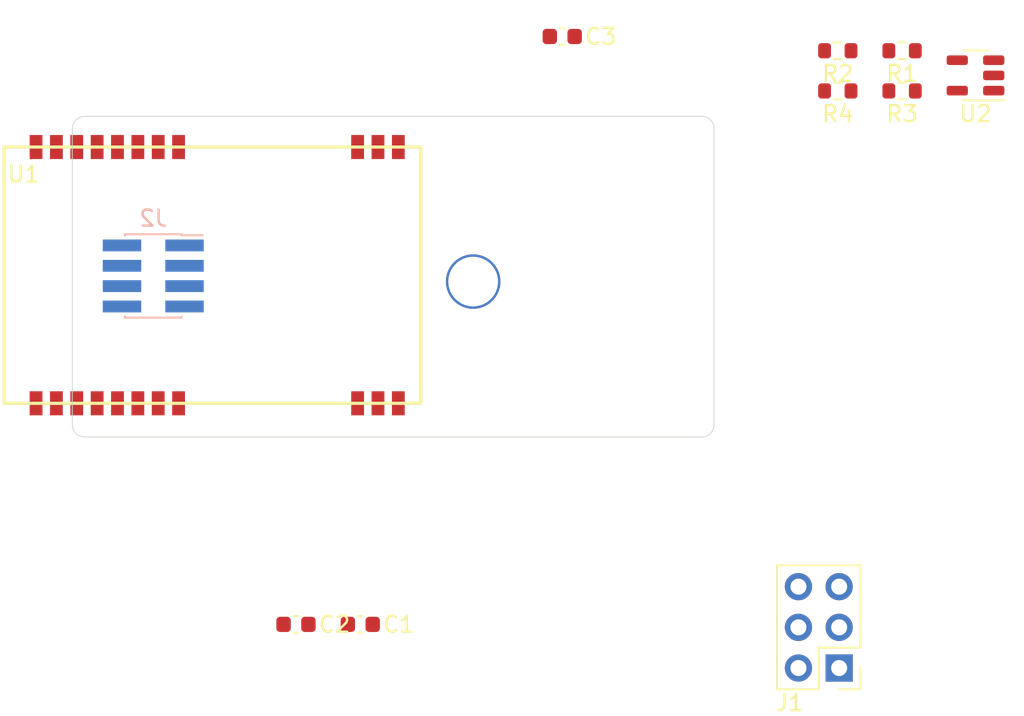
<source format=kicad_pcb>
(kicad_pcb (version 20211014) (generator pcbnew)
  (title_block (title "UART TT PC") (date "2022-03-10") (rev "1.0.1"))
  (layers (0 "F.Cu" signal) (31 "B.Cu" signal) (34 "B.Paste" user) (35 "F.Paste" user) (36 "B.SilkS" user "B.Silkscreen") (37 "F.SilkS" user "F.Silkscreen") (38 "B.Mask" user) (39 "F.Mask" user) (44 "Edge.Cuts" user))
  (net 0 "")
  (net 1 "+5V")
  (net 2 "GND")
  (net 3 "+3V3")
  (net 5 "Net-(J1-Pad1)")
  (net 6 "Net-(J1-Pad2)")
  (net 7 "/M1")
  (net 8 "/M0")
  (net 9 "Net-(J1-Pad5)")
  (net 10 "Net-(J1-Pad6)")
  (net 17 "/U_RXD")
  (net 21 "/U_TXD")
  (footprint "TTLibrary:C_0603_1608Metric" (layer "F.Cu") (at 149.29 115.4 180)
    (fp_text reference "C2" (at -2.4 0) (layer "F.SilkS"))
    (fp_text value "10uF")
    (fp_line (start -0.14058 0.51) (end 0.14058 0.51) (layer "F.SilkS") (width 0.12))
    (fp_line (start -0.14058 -0.51) (end 0.14058 -0.51) (layer "F.SilkS") (width 0.12))
    (pad "1" smd roundrect (at -0.775 0 180) (size 0.9 0.95) (layers "F.Cu" "F.Paste" "F.Mask") (net 3 "+3V3"))
    (pad "2" smd roundrect (at 0.775 0 180) (size 0.9 0.95) (layers "F.Cu" "F.Paste" "F.Mask") (net 2 "GND"))
  )
  (footprint "TTLibrary:E220-900T22S" (layer "F.Cu") (at 131.075 101.6)
    (fp_text reference "U1" (at 1.225 -14.3 unlocked) (layer "F.SilkS"))
    (fp_text value "E220-900T22S")
    (fp_rect (start 0 -16) (end 26 0) (layer "F.SilkS") (width 0.2) (fill none))
    (pad "1" smd rect (at 2 0 90) (size 1.5 0.8) (layers "F.Cu" "F.Paste" "F.Mask"))
    (pad "2" smd rect (at 3.27 0 90) (size 1.5 0.8) (layers "F.Cu" "F.Paste" "F.Mask") (net 2 "GND"))
    (pad "3" smd rect (at 4.54 0 90) (size 1.5 0.8) (layers "F.Cu" "F.Paste" "F.Mask"))
    (pad "4" smd rect (at 5.81 0 90) (size 1.5 0.8) (layers "F.Cu" "F.Paste" "F.Mask"))
    (pad "5" smd rect (at 7.08 0 90) (size 1.5 0.8) (layers "F.Cu" "F.Paste" "F.Mask"))
    (pad "6" smd rect (at 8.35 0 90) (size 1.5 0.8) (layers "F.Cu" "F.Paste" "F.Mask"))
    (pad "7" smd rect (at 9.62 0 90) (size 1.5 0.8) (layers "F.Cu" "F.Paste" "F.Mask"))
    (pad "8" smd rect (at 10.89 0 90) (size 1.5 0.8) (layers "F.Cu" "F.Paste" "F.Mask") (net 2 "GND"))
    (pad "11" smd rect (at 22.06 0 90) (size 1.5 0.8) (layers "F.Cu" "F.Paste" "F.Mask") (net 2 "GND"))
    (pad "12" smd rect (at 23.33 0 90) (size 1.5 0.8) (layers "F.Cu" "F.Paste" "F.Mask"))
    (pad "13" smd rect (at 24.6 0 90) (size 1.5 0.8) (layers "F.Cu" "F.Paste" "F.Mask") (net 2 "GND"))
    (pad "14" smd rect (at 24.6 -16 90) (size 1.5 0.8) (layers "F.Cu" "F.Paste" "F.Mask") (net 2 "GND"))
    (pad "15" smd rect (at 23.33 -16 90) (size 1.5 0.8) (layers "F.Cu" "F.Paste" "F.Mask") (net 2 "GND"))
    (pad "16" smd rect (at 22.06 -16 90) (size 1.5 0.8) (layers "F.Cu" "F.Paste" "F.Mask") (net 2 "GND"))
    (pad "19" smd rect (at 10.89 -16 90) (size 1.5 0.8) (layers "F.Cu" "F.Paste" "F.Mask") (net 2 "GND"))
    (pad "20" smd rect (at 9.62 -16 90) (size 1.5 0.8) (layers "F.Cu" "F.Paste" "F.Mask") (net 8 "/M0"))
    (pad "21" smd rect (at 8.35 -16 90) (size 1.5 0.8) (layers "F.Cu" "F.Paste" "F.Mask") (net 7 "/M1"))
    (pad "22" smd rect (at 7.08 -16 90) (size 1.5 0.8) (layers "F.Cu" "F.Paste" "F.Mask") (net 17 "/U_RXD"))
    (pad "23" smd rect (at 5.81 -16 90) (size 1.5 0.8) (layers "F.Cu" "F.Paste" "F.Mask") (net 21 "/U_TXD"))
    (pad "24" smd rect (at 4.54 -16 90) (size 1.5 0.8) (layers "F.Cu" "F.Paste" "F.Mask"))
    (pad "25" smd rect (at 3.27 -16 90) (size 1.5 0.8) (layers "F.Cu" "F.Paste" "F.Mask") (net 3 "+3V3"))
    (pad "26" smd rect (at 2 -16 90) (size 1.5 0.8) (layers "F.Cu" "F.Paste" "F.Mask") (net 2 "GND"))
  )
  (footprint "TTLibrary:R_0603_1608Metric" (layer "F.Cu") (at 183.09 82.1 180)
    (fp_text reference "R4" (at 0 -1.43) (layer "F.SilkS"))
    (fp_text value "10kR")
    (fp_line (start -0.237258 -0.5225) (end 0.237258 -0.5225) (layer "F.SilkS") (width 0.12))
    (fp_line (start -0.237258 0.5225) (end 0.237258 0.5225) (layer "F.SilkS") (width 0.12))
    (pad "1" smd roundrect (at -0.825 0 180) (size 0.8 0.95) (layers "F.Cu" "F.Paste" "F.Mask") (net 2 "GND"))
    (pad "2" smd roundrect (at 0.825 0 180) (size 0.8 0.95) (layers "F.Cu" "F.Paste" "F.Mask") (net 10 "Net-(J1-Pad6)"))
  )
  (footprint "TTLibrary:C_0603_1608Metric" (layer "F.Cu") (at 153.3 115.4 180)
    (fp_text reference "C1" (at -2.4 0) (layer "F.SilkS"))
    (fp_text value "100nF")
    (fp_line (start -0.14058 -0.51) (end 0.14058 -0.51) (layer "F.SilkS") (width 0.12))
    (fp_line (start -0.14058 0.51) (end 0.14058 0.51) (layer "F.SilkS") (width 0.12))
    (pad "1" smd roundrect (at -0.775 0 180) (size 0.9 0.95) (layers "F.Cu" "F.Paste" "F.Mask") (net 1 "+5V"))
    (pad "2" smd roundrect (at 0.775 0 180) (size 0.9 0.95) (layers "F.Cu" "F.Paste" "F.Mask") (net 2 "GND"))
  )
  (footprint "TTLibrary:R_0603_1608Metric" (layer "F.Cu") (at 183.09 79.59 180)
    (fp_text reference "R2" (at 0 -1.43) (layer "F.SilkS"))
    (fp_text value "10kR")
    (fp_line (start -0.237258 0.5225) (end 0.237258 0.5225) (layer "F.SilkS") (width 0.12))
    (fp_line (start -0.237258 -0.5225) (end 0.237258 -0.5225) (layer "F.SilkS") (width 0.12))
    (pad "1" smd roundrect (at -0.825 0 180) (size 0.8 0.95) (layers "F.Cu" "F.Paste" "F.Mask") (net 2 "GND"))
    (pad "2" smd roundrect (at 0.825 0 180) (size 0.8 0.95) (layers "F.Cu" "F.Paste" "F.Mask") (net 9 "Net-(J1-Pad5)"))
  )
  (footprint "TTLibrary:R_0603_1608Metric" (layer "F.Cu") (at 187.1 79.59 180)
    (fp_text reference "R1" (at 0 -1.43) (layer "F.SilkS"))
    (fp_text value "10kR")
    (fp_line (start -0.237258 0.5225) (end 0.237258 0.5225) (layer "F.SilkS") (width 0.12))
    (fp_line (start -0.237258 -0.5225) (end 0.237258 -0.5225) (layer "F.SilkS") (width 0.12))
    (pad "1" smd roundrect (at -0.825 0 180) (size 0.8 0.95) (layers "F.Cu" "F.Paste" "F.Mask") (net 3 "+3V3"))
    (pad "2" smd roundrect (at 0.825 0 180) (size 0.8 0.95) (layers "F.Cu" "F.Paste" "F.Mask") (net 5 "Net-(J1-Pad1)"))
  )
  (footprint "TTLibrary:C_0603_1608Metric" (layer "F.Cu") (at 165.9 78.7 180)
    (fp_text reference "C3" (at -2.4 0) (layer "F.SilkS"))
    (fp_text value "100nF")
    (fp_line (start -0.14058 -0.51) (end 0.14058 -0.51) (layer "F.SilkS") (width 0.12))
    (fp_line (start -0.14058 0.51) (end 0.14058 0.51) (layer "F.SilkS") (width 0.12))
    (pad "1" smd roundrect (at -0.775 0 180) (size 0.9 0.95) (layers "F.Cu" "F.Paste" "F.Mask") (net 3 "+3V3"))
    (pad "2" smd roundrect (at 0.775 0 180) (size 0.9 0.95) (layers "F.Cu" "F.Paste" "F.Mask") (net 2 "GND"))
  )
  (footprint "TTLibrary:SOT-23-5" (layer "F.Cu") (at 191.679999 81.13 180)
    (fp_text reference "U2" (at 0 -2.4) (layer "F.SilkS"))
    (fp_text value "HX9193")
    (fp_line (start 0 -1.56) (end -1.8 -1.56) (layer "F.SilkS") (width 0.12))
    (fp_line (start 0 1.56) (end 0.8 1.56) (layer "F.SilkS") (width 0.12))
    (fp_line (start 0 1.56) (end -0.8 1.56) (layer "F.SilkS") (width 0.12))
    (fp_line (start 0 -1.56) (end 0.8 -1.56) (layer "F.SilkS") (width 0.12))
    (pad "1" smd roundrect (at -1.1375 -0.95 180) (size 1.325 0.6) (layers "F.Cu" "F.Paste" "F.Mask") (net 1 "+5V"))
    (pad "2" smd roundrect (at -1.1375 0 180) (size 1.325 0.6) (layers "F.Cu" "F.Paste" "F.Mask") (net 2 "GND"))
    (pad "3" smd roundrect (at -1.1375 0.95 180) (size 1.325 0.6) (layers "F.Cu" "F.Paste" "F.Mask") (net 1 "+5V"))
    (pad "4" smd roundrect (at 1.1375 0.95 180) (size 1.325 0.6) (layers "F.Cu" "F.Paste" "F.Mask"))
    (pad "5" smd roundrect (at 1.1375 -0.95 180) (size 1.325 0.6) (layers "F.Cu" "F.Paste" "F.Mask") (net 3 "+3V3"))
  )
  (footprint "TTLibrary:PinHeader_2x03_P2.54mm_Vertical" (layer "F.Cu") (at 183.175 118.125 180)
    (fp_text reference "J1" (at 3.075 -2.175) (layer "F.SilkS"))
    (fp_text value "Conn_02x03_Odd_Even")
    (fp_line (start -1.33 1.27) (end 1.27 1.27) (layer "F.SilkS") (width 0.12))
    (fp_line (start -1.33 6.41) (end 3.87 6.41) (layer "F.SilkS") (width 0.12))
    (fp_line (start 1.27 -1.33) (end 3.87 -1.33) (layer "F.SilkS") (width 0.12))
    (fp_line (start -1.33 1.27) (end -1.33 6.41) (layer "F.SilkS") (width 0.12))
    (fp_line (start 3.87 -1.33) (end 3.87 6.41) (layer "F.SilkS") (width 0.12))
    (fp_line (start 1.27 1.27) (end 1.27 -1.33) (layer "F.SilkS") (width 0.12))
    (fp_line (start -1.33 0) (end -1.33 -1.33) (layer "F.SilkS") (width 0.12))
    (fp_line (start -1.33 -1.33) (end 0 -1.33) (layer "F.SilkS") (width 0.12))
    (pad "1" thru_hole rect (at 0 0 180) (size 1.7 1.7) (drill 1) (layers *.Cu *.Mask) (net 5 "Net-(J1-Pad1)"))
    (pad "2" thru_hole oval (at 2.54 0 180) (size 1.7 1.7) (drill 1) (layers *.Cu *.Mask) (net 6 "Net-(J1-Pad2)"))
    (pad "3" thru_hole oval (at 0 2.54 180) (size 1.7 1.7) (drill 1) (layers *.Cu *.Mask) (net 7 "/M1"))
    (pad "4" thru_hole oval (at 2.54 2.54 180) (size 1.7 1.7) (drill 1) (layers *.Cu *.Mask) (net 8 "/M0"))
    (pad "5" thru_hole oval (at 0 5.08 180) (size 1.7 1.7) (drill 1) (layers *.Cu *.Mask) (net 9 "Net-(J1-Pad5)"))
    (pad "6" thru_hole oval (at 2.54 5.08 180) (size 1.7 1.7) (drill 1) (layers *.Cu *.Mask) (net 10 "Net-(J1-Pad6)"))
  )
  (footprint "TTLibrary:R_0603_1608Metric" (layer "F.Cu") (at 187.1 82.1 180)
    (fp_text reference "R3" (at 0 -1.43) (layer "F.SilkS"))
    (fp_text value "10kR")
    (fp_line (start -0.237258 0.5225) (end 0.237258 0.5225) (layer "F.SilkS") (width 0.12))
    (fp_line (start -0.237258 -0.5225) (end 0.237258 -0.5225) (layer "F.SilkS") (width 0.12))
    (pad "1" smd roundrect (at -0.825 0 180) (size 0.8 0.95) (layers "F.Cu" "F.Paste" "F.Mask") (net 3 "+3V3"))
    (pad "2" smd roundrect (at 0.825 0 180) (size 0.8 0.95) (layers "F.Cu" "F.Paste" "F.Mask") (net 6 "Net-(J1-Pad2)"))
  )
  (footprint "TTLibrary:PinHeader_2x04_P1.27mm_Vertical_SMD" (layer "B.Cu") (at 140.3864 93.6492 180)
    (fp_text reference "J2" (at 0 3.6) (layer "B.SilkS") (effects (justify mirror)))
    (fp_text value "Conn_02x04_Odd_Even")
    (fp_line (start 1.765 2.6) (end 1.765 2.535) (layer "B.SilkS") (width 0.12))
    (fp_line (start -1.765 -2.535) (end -1.765 -2.6) (layer "B.SilkS") (width 0.12))
    (fp_line (start 1.765 -2.535) (end 1.765 -2.6) (layer "B.SilkS") (width 0.12))
    (fp_line (start -1.765 2.6) (end 1.765 2.6) (layer "B.SilkS") (width 0.12))
    (fp_line (start -3.09 2.535) (end -1.765 2.535) (layer "B.SilkS") (width 0.12))
    (fp_line (start -1.765 -2.6) (end 1.765 -2.6) (layer "B.SilkS") (width 0.12))
    (fp_line (start -1.765 2.6) (end -1.765 2.535) (layer "B.SilkS") (width 0.12))
    (pad "1" smd rect locked (at -1.95 1.905) (size 2.4 0.74) (layers "B.Cu" "B.Paste" "B.Mask") (net 1 "+5V"))
    (pad "2" smd rect locked (at 1.95 1.905) (size 2.4 0.74) (layers "B.Cu" "B.Paste" "B.Mask") (net 1 "+5V"))
    (pad "3" smd rect locked (at -1.95 0.635) (size 2.4 0.74) (layers "B.Cu" "B.Paste" "B.Mask") (net 21 "/U_TXD"))
    (pad "4" smd rect locked (at 1.95 0.635) (size 2.4 0.74) (layers "B.Cu" "B.Paste" "B.Mask"))
    (pad "5" smd rect locked (at -1.95 -0.635) (size 2.4 0.74) (layers "B.Cu" "B.Paste" "B.Mask") (net 17 "/U_RXD"))
    (pad "6" smd rect locked (at 1.95 -0.635) (size 2.4 0.74) (layers "B.Cu" "B.Paste" "B.Mask"))
    (pad "7" smd rect locked (at -1.95 -1.905) (size 2.4 0.74) (layers "B.Cu" "B.Paste" "B.Mask") (net 2 "GND"))
    (pad "8" smd rect locked (at 1.95 -1.905) (size 2.4 0.74) (layers "B.Cu" "B.Paste" "B.Mask") (net 2 "GND"))
  )
  (gr_line (start 136.1 83.6848) (end 174.6064 83.6848) (layer "Edge.Cuts") (width 0.05))
  (gr_arc (start 136.1 103.7) (mid 135.561185 103.476815) (end 135.338 102.938) (layer "Edge.Cuts") (width 0.05))
  (gr_line (start 174.6064 103.7) (end 136.1 103.7) (layer "Edge.Cuts") (width 0.05))
  (gr_arc (start 135.338 84.4468) (mid 135.561185 83.907985) (end 136.1 83.6848) (layer "Edge.Cuts") (width 0.05))
  (gr_arc (start 174.6064 83.6848) (mid 175.145215 83.907985) (end 175.3684 84.4468) (layer "Edge.Cuts") (width 0.05))
  (gr_arc (start 175.3684 102.938) (mid 175.145215 103.476815) (end 174.6064 103.7) (layer "Edge.Cuts") (width 0.05))
  (gr_line (start 135.338 102.938) (end 135.338 84.4468) (layer "Edge.Cuts") (width 0.05))
  (gr_line (start 175.3684 84.4468) (end 175.3684 102.938) (layer "Edge.Cuts") (width 0.05))
  (via (at 160.3428 94) (size 3.4) (drill 3.1) (layers "F.Cu" "B.Cu") (net 2))
)
</source>
